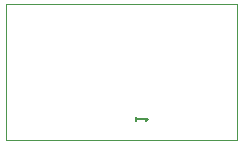
<source format=gbr>
G04 Layer_Color=32768*
%FSLAX42Y42*%
%MOMM*%
%TF.FileFunction,Other,Mechanical_11*%
%TF.Part,Single*%
G01*
G75*
%TA.AperFunction,NonConductor*%
%ADD37C,0.20*%
%ADD64C,0.10*%
D37*
X3235Y1500D02*
Y1533D01*
Y1517D01*
X3335D01*
X3318Y1500D01*
D64*
X2135Y1340D02*
X4085D01*
Y2490D01*
X2135D02*
X4085D01*
X2135Y1340D02*
Y2490D01*
%TF.MD5,5f601b8baccae74a2028e6138f09b62f*%
M02*

</source>
